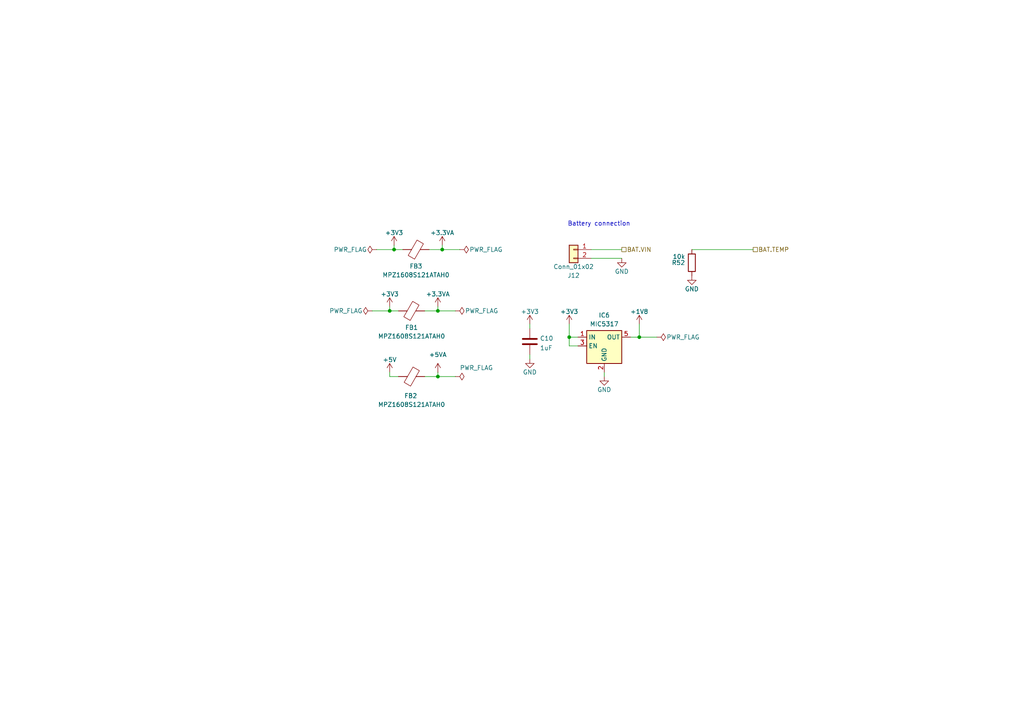
<source format=kicad_sch>
(kicad_sch (version 20250114) (generator "eeschema") (generator_version "9.0")
  (paper "A4")
  (title_block (title "PB2 Bela Mini Proto") (date "2024-11") (rev "rev 1.0"))
  (lib_symbols
    (symbol "Bela:MIC5317"
      (property "Reference" "U" (at 0 0 0))
      (property "Value" "MIC5317" (at 0 0 0))
      (symbol "MIC5317_0_1"
        (rectangle (start -5.08 -1.905) (end 5.08 -11.43) (stroke (width 0.254)) (fill (type background)))
      )
      (symbol "MIC5317_1_1"
        (pin power_in line (at -7.62 -3.81 0) (length 2.54) (name "IN") (number "1"))
        (pin input line (at -7.62 -6.35 0) (length 2.54) (name "EN") (number "3"))
        (pin power_in line (at 0 -13.97 90) (length 2.54) (name "GND") (number "2"))
        (pin power_out line (at 7.62 -3.81 180) (length 2.54) (name "OUT") (number "5"))
      )
    )
    (symbol "Connector_Generic:Conn_01x02" (pin_names (offset 1.016) (hide yes))
      (property "Reference" "J" (at 0 2.54 0))
      (property "Value" "Conn_01x02" (at 0 -5.08 0))
      (symbol "Conn_01x02_1_1"
        (rectangle (start -1.27 1.27) (end 1.27 -3.81) (stroke (width 0.254)) (fill (type background)))
        (rectangle (start -1.27 0.127) (end 0 -0.127) (stroke (width 0.1524)))
        (rectangle (start -1.27 -2.413) (end 0 -2.667) (stroke (width 0.1524)))
        (pin passive line (at -5.08 0 0) (length 3.81) (name "Pin_1") (number "1"))
        (pin passive line (at -5.08 -2.54 0) (length 3.81) (name "Pin_2") (number "2"))
      )
    )
    (symbol "Device:C" (pin_numbers (hide yes)) (pin_names (offset 0.254))
      (property "Reference" "C" (at 0.635 2.54 0))
      (property "Value" "C" (at 0.635 -2.54 0))
      (symbol "C_0_1"
        (polyline (pts (xy -2.032 0.762) (xy 2.032 0.762)) (stroke (width 0.508)))
        (polyline (pts (xy -2.032 -0.762) (xy 2.032 -0.762)) (stroke (width 0.508)))
      )
      (symbol "C_1_1"
        (pin passive line (at 0 3.81 270) (length 2.794) (name "~") (number "1"))
        (pin passive line (at 0 -3.81 90) (length 2.794) (name "~") (number "2"))
      )
    )
    (symbol "Device:FerriteBead" (pin_numbers (hide yes)) (pin_names (offset 0))
      (property "Reference" "FB" (at -3.81 0.635 90))
      (property "Value" "FerriteBead" (at 3.81 0 90))
      (symbol "FerriteBead_0_1"
        (polyline (pts (xy -2.7686 0.4064) (xy -1.7018 2.2606) (xy 2.7686 -0.3048) (xy 1.6764 -2.159) (xy -2.7686 0.4064)))
        (polyline (pts (xy 0 1.27) (xy 0 1.2954)))
        (polyline (pts (xy 0 -1.27) (xy 0 -1.2192)))
      )
      (symbol "FerriteBead_1_1"
        (pin passive line (at 0 3.81 270) (length 2.54) (name "~") (number "1"))
        (pin passive line (at 0 -3.81 90) (length 2.54) (name "~") (number "2"))
      )
    )
    (symbol "Device:R" (pin_numbers (hide yes)) (pin_names (offset 0))
      (property "Reference" "R" (at 2.032 0 90))
      (property "Value" "R" (at 0 0 90))
      (symbol "R_0_1"
        (rectangle (start -1.016 -2.54) (end 1.016 2.54) (stroke (width 0.254)))
      )
      (symbol "R_1_1"
        (pin passive line (at 0 3.81 270) (length 1.27) (name "~") (number "1"))
        (pin passive line (at 0 -3.81 90) (length 1.27) (name "~") (number "2"))
      )
    )
    (symbol "power:+1V8" (power) (pin_names (offset 0))
      (property "Value" "+1V8" (at 0 3.556 0))
      (symbol "+1V8_0_1"
        (polyline (pts (xy -0.762 1.27) (xy 0 2.54)))
        (polyline (pts (xy 0 2.54) (xy 0.762 1.27)))
        (polyline (pts (xy 0 0) (xy 0 2.54)))
      )
      (symbol "+1V8_1_1"
        (pin power_in line (at 0 0 90) (length 0) (hide yes) (name "+1V8") (number "1"))
      )
    )
    (symbol "power:+3.3VA" (power) (pin_names (offset 0))
      (property "Value" "+3.3VA" (at 0 3.556 0))
      (symbol "+3.3VA_0_1"
        (polyline (pts (xy -0.762 1.27) (xy 0 2.54)))
        (polyline (pts (xy 0 2.54) (xy 0.762 1.27)))
        (polyline (pts (xy 0 0) (xy 0 2.54)))
      )
      (symbol "+3.3VA_1_1"
        (pin power_in line (at 0 0 90) (length 0) (hide yes) (name "+3.3VA") (number "1"))
      )
    )
    (symbol "power:+3V3" (power) (pin_names (offset 0))
      (property "Value" "+3V3" (at 0 3.556 0))
      (symbol "+3V3_0_1"
        (polyline (pts (xy -0.762 1.27) (xy 0 2.54)))
        (polyline (pts (xy 0 2.54) (xy 0.762 1.27)))
        (polyline (pts (xy 0 0) (xy 0 2.54)))
      )
      (symbol "+3V3_1_1"
        (pin power_in line (at 0 0 90) (length 0) (hide yes) (name "+3V3") (number "1"))
      )
    )
    (symbol "power:+5V" (power) (pin_names (offset 0))
      (property "Value" "+5V" (at 0 3.556 0))
      (symbol "+5V_0_1"
        (polyline (pts (xy -0.762 1.27) (xy 0 2.54)))
        (polyline (pts (xy 0 2.54) (xy 0.762 1.27)))
        (polyline (pts (xy 0 0) (xy 0 2.54)))
      )
      (symbol "+5V_1_1"
        (pin power_in line (at 0 0 90) (length 0) (hide yes) (name "+5V") (number "1"))
      )
    )
    (symbol "power:+5VA" (power) (pin_numbers (hide yes)) (pin_names (offset 0) (hide yes))
      (property "Value" "+5VA" (at 0 3.556 0))
      (symbol "+5VA_0_1"
        (polyline (pts (xy -0.762 1.27) (xy 0 2.54)))
        (polyline (pts (xy 0 2.54) (xy 0.762 1.27)))
        (polyline (pts (xy 0 0) (xy 0 2.54)))
      )
      (symbol "+5VA_1_1"
        (pin power_in line (at 0 0 90) (length 0) (name "~") (number "1"))
      )
    )
    (symbol "power:GND" (power) (pin_names (offset 0))
      (property "Value" "GND" (at 0 -3.81 0))
      (symbol "GND_0_1"
        (polyline (pts (xy 0 0) (xy 0 -1.27) (xy 1.27 -1.27) (xy 0 -2.54) (xy -1.27 -1.27) (xy 0 -1.27)))
      )
      (symbol "GND_1_1"
        (pin power_in line (at 0 0 270) (length 0) (hide yes) (name "GND") (number "1"))
      )
    )
    (symbol "power:PWR_FLAG" (power) (pin_numbers (hide yes)) (pin_names (offset 0) (hide yes))
      (property "Value" "PWR_FLAG" (at 0 3.81 0))
      (symbol "PWR_FLAG_0_0"
        (pin power_out line (at 0 0 90) (length 0) (name "pwr") (number "1"))
      )
      (symbol "PWR_FLAG_0_1"
        (polyline (pts (xy 0 0) (xy 0 1.27) (xy -1.016 1.905) (xy 0 2.54) (xy 1.016 1.905) (xy 0 1.27)))
      )
    )
  )
  (text "Battery connection" (at 173.736 65.024 0) (effects (font (size 1.27 1.27))))
  (junction (at 113.03 90.17))
  (junction (at 127 90.17))
  (junction (at 114.3 72.39))
  (junction (at 165.1 97.79))
  (junction (at 185.42 97.79))
  (junction (at 128.27 72.39))
  (junction (at 127 109.22))
  (wire (pts (xy 133.35 72.39) (xy 128.27 72.39)))
  (wire (pts (xy 114.3 72.39) (xy 116.84 72.39)))
  (wire (pts (xy 127 88.9) (xy 127 90.17)))
  (wire (pts (xy 165.1 97.79) (xy 167.64 97.79)))
  (wire (pts (xy 128.27 71.12) (xy 128.27 72.39)))
  (wire (pts (xy 124.46 72.39) (xy 128.27 72.39)))
  (wire (pts (xy 113.03 88.9) (xy 113.03 90.17)))
  (wire (pts (xy 190.5 97.79) (xy 185.42 97.79)))
  (wire (pts (xy 153.67 104.14) (xy 153.67 102.87)))
  (wire (pts (xy 182.88 97.79) (xy 185.42 97.79)))
  (wire (pts (xy 200.66 72.39) (xy 218.44 72.39)))
  (wire (pts (xy 185.42 97.79) (xy 185.42 93.98)))
  (wire (pts (xy 165.1 93.98) (xy 165.1 97.79)))
  (wire (pts (xy 109.22 72.39) (xy 114.3 72.39)))
  (wire (pts (xy 113.03 107.95) (xy 113.03 109.22)))
  (wire (pts (xy 115.57 109.22) (xy 113.03 109.22)))
  (wire (pts (xy 180.34 74.93) (xy 171.45 74.93)))
  (wire (pts (xy 153.67 93.98) (xy 153.67 95.25)))
  (wire (pts (xy 165.1 100.33) (xy 167.64 100.33)))
  (wire (pts (xy 180.34 72.39) (xy 171.45 72.39)))
  (wire (pts (xy 107.95 90.17) (xy 113.03 90.17)))
  (wire (pts (xy 175.26 109.22) (xy 175.26 107.95)))
  (wire (pts (xy 132.08 109.22) (xy 127 109.22)))
  (wire (pts (xy 127 109.22) (xy 123.19 109.22)))
  (wire (pts (xy 113.03 90.17) (xy 115.57 90.17)))
  (wire (pts (xy 127 107.95) (xy 127 109.22)))
  (wire (pts (xy 132.08 90.17) (xy 127 90.17)))
  (wire (pts (xy 165.1 97.79) (xy 165.1 100.33)))
  (wire (pts (xy 114.3 71.12) (xy 114.3 72.39)))
  (wire (pts (xy 123.19 90.17) (xy 127 90.17)))
  (hierarchical_label "BAT.TEMP" (shape passive) (at 218.44 72.39 0))
  (hierarchical_label "BAT.VIN" (shape passive) (at 180.34 72.39 0))
  (symbol (lib_id "Device:FerriteBead") (at 119.38 109.22 270) (unit 1)
    (property "Reference" "FB2" (at 119.126 114.808 90))
    (property "Value" "MPZ1608S121ATAH0" (at 119.38 117.348 90))
    (property "Footprint" "Inductor_SMD:L_0603_1608Metric" (effects (hide yes)))
  )
  (symbol (lib_id "power:GND") (at 180.34 74.93 0) (unit 1)
    (property "Reference" "#PWR0200" (effects (hide yes)))
    (property "Value" "GND" (at 180.34 78.74 0))
  )
  (symbol (lib_id "power:+5V") (at 113.03 107.95 0) (mirror y) (unit 1)
    (property "Reference" "#PWR065" (effects (hide yes)))
    (property "Value" "+5V" (at 113.03 104.3455 0))
  )
  (symbol (lib_id "power:PWR_FLAG") (at 132.08 90.17 270) (unit 1)
    (property "Reference" "#FLG010" (effects (hide yes)))
    (property "Value" "PWR_FLAG" (at 144.526 90.17 90) (effects (justify right)))
  )
  (symbol (lib_id "power:+3.3VA") (at 128.27 71.12 0) (unit 1)
    (property "Reference" "#PWR069" (effects (hide yes)))
    (property "Value" "+3.3VA" (at 128.27 67.5155 0))
  )
  (symbol (lib_id "power:PWR_FLAG") (at 132.08 109.22 270) (mirror x) (unit 1)
    (property "Reference" "#FLG011" (effects (hide yes)))
    (property "Value" "PWR_FLAG" (at 133.35 106.68 90) (effects (justify left)))
  )
  (symbol (lib_id "power:+1V8") (at 185.42 93.98 0) (unit 1)
    (property "Reference" "#PWR074" (effects (hide yes)))
    (property "Value" "+1V8" (at 185.42 90.3755 0))
  )
  (symbol (lib_id "power:PWR_FLAG") (at 107.95 90.17 90) (unit 1)
    (property "Reference" "#FLG08" (effects (hide yes)))
    (property "Value" "PWR_FLAG" (at 95.504 90.17 90) (effects (justify right)))
  )
  (symbol (lib_id "power:+3V3") (at 113.03 88.9 0) (unit 1)
    (property "Reference" "#PWR064" (effects (hide yes)))
    (property "Value" "+3V3" (at 113.03 85.2955 0))
  )
  (symbol (lib_id "Bela:MIC5317") (at 175.26 93.98 0) (unit 1)
    (property "Reference" "IC6" (at 175.26 91.44 0))
    (property "Value" "MIC5317" (at 175.26 93.98 0))
    (property "Footprint" "Package_TO_SOT_SMD:SOT-23-5" (effects (hide yes)))
  )
  (symbol (lib_id "power:+3V3") (at 165.1 93.98 0) (unit 1)
    (property "Reference" "#PWR072" (effects (hide yes)))
    (property "Value" "+3V3" (at 165.1 90.3755 0))
  )
  (symbol (lib_id "power:GND") (at 200.66 80.01 0) (unit 1)
    (property "Reference" "#PWR0201" (effects (hide yes)))
    (property "Value" "GND" (at 200.66 83.82 0))
  )
  (symbol (lib_id "power:PWR_FLAG") (at 190.5 97.79 270) (unit 1)
    (property "Reference" "#FLG013" (effects (hide yes)))
    (property "Value" "PWR_FLAG" (at 202.946 97.79 90) (effects (justify right)))
  )
  (symbol (lib_id "power:PWR_FLAG") (at 109.22 72.39 90) (unit 1)
    (property "Reference" "#FLG09" (effects (hide yes)))
    (property "Value" "PWR_FLAG" (at 96.774 72.39 90) (effects (justify right)))
  )
  (symbol (lib_id "Device:FerriteBead") (at 120.65 72.39 90) (unit 1)
    (property "Reference" "FB3" (at 120.65 77.216 90))
    (property "Value" "MPZ1608S121ATAH0" (at 120.65 79.756 90))
    (property "Footprint" "Inductor_SMD:L_0603_1608Metric" (effects (hide yes)))
  )
  (symbol (lib_id "Device:FerriteBead") (at 119.38 90.17 90) (unit 1)
    (property "Reference" "FB1" (at 119.38 94.996 90))
    (property "Value" "MPZ1608S121ATAH0" (at 119.38 97.536 90))
    (property "Footprint" "Inductor_SMD:L_0603_1608Metric" (effects (hide yes)))
  )
  (symbol (lib_id "power:PWR_FLAG") (at 133.35 72.39 270) (unit 1)
    (property "Reference" "#FLG012" (effects (hide yes)))
    (property "Value" "PWR_FLAG" (at 145.796 72.39 90) (effects (justify right)))
  )
  (symbol (lib_id "Connector_Generic:Conn_01x02") (at 166.37 72.39 0) (mirror y) (unit 1)
    (property "Reference" "J12" (at 166.37 79.8998 0))
    (property "Value" "Conn_01x02" (at 166.37 77.3629 0))
    (property "Footprint" "Connector_JST:JST_PH_S2B-PH-SM4-TB_1x02-1MP_P2.00mm_Horizontal" (effects (hide yes)))
  )
  (symbol (lib_id "Device:C") (at 153.67 99.06 0) (unit 1)
    (property "Reference" "C10" (at 156.591 98.1515 0) (effects (justify left)))
    (property "Value" "1uF" (at 156.591 100.9266 0) (effects (justify left)))
    (property "Footprint" "Capacitor_SMD:C_0402_1005Metric" (effects (hide yes)))
  )
  (symbol (lib_id "power:+3V3") (at 153.67 93.98 0) (unit 1)
    (property "Reference" "#PWR070" (effects (hide yes)))
    (property "Value" "+3V3" (at 153.67 90.3755 0))
  )
  (symbol (lib_id "power:+3V3") (at 114.3 71.12 0) (unit 1)
    (property "Reference" "#PWR066" (effects (hide yes)))
    (property "Value" "+3V3" (at 114.3 67.5155 0))
  )
  (symbol (lib_id "power:GND") (at 175.26 109.22 0) (unit 1)
    (property "Reference" "#PWR073" (effects (hide yes)))
    (property "Value" "GND" (at 175.26 113.03 0))
  )
  (symbol (lib_id "power:+3.3VA") (at 127 88.9 0) (unit 1)
    (property "Reference" "#PWR067" (effects (hide yes)))
    (property "Value" "+3.3VA" (at 127 85.2955 0))
  )
  (symbol (lib_id "power:GND") (at 153.67 104.14 0) (unit 1)
    (property "Reference" "#PWR071" (effects (hide yes)))
    (property "Value" "GND" (at 153.67 107.95 0))
  )
  (symbol (lib_id "Device:R") (at 200.66 76.2 180) (unit 1)
    (property "Reference" "R52" (at 194.818 76.2 0) (effects (justify right)))
    (property "Value" "10k" (at 195.072 74.422 0) (effects (justify right)))
    (property "Footprint" "Resistor_SMD:R_0402_1005Metric" (effects (hide yes)))
  )
  (symbol (lib_id "power:+5VA") (at 127 107.95 0) (mirror y) (unit 1)
    (property "Reference" "#PWR068" (effects (hide yes)))
    (property "Value" "+5VA" (at 127 102.87 0))
    (property "Description" "Power symbol creates a global label with name \"+5VA\"" (effects (hide yes)))
  )
)
</source>
